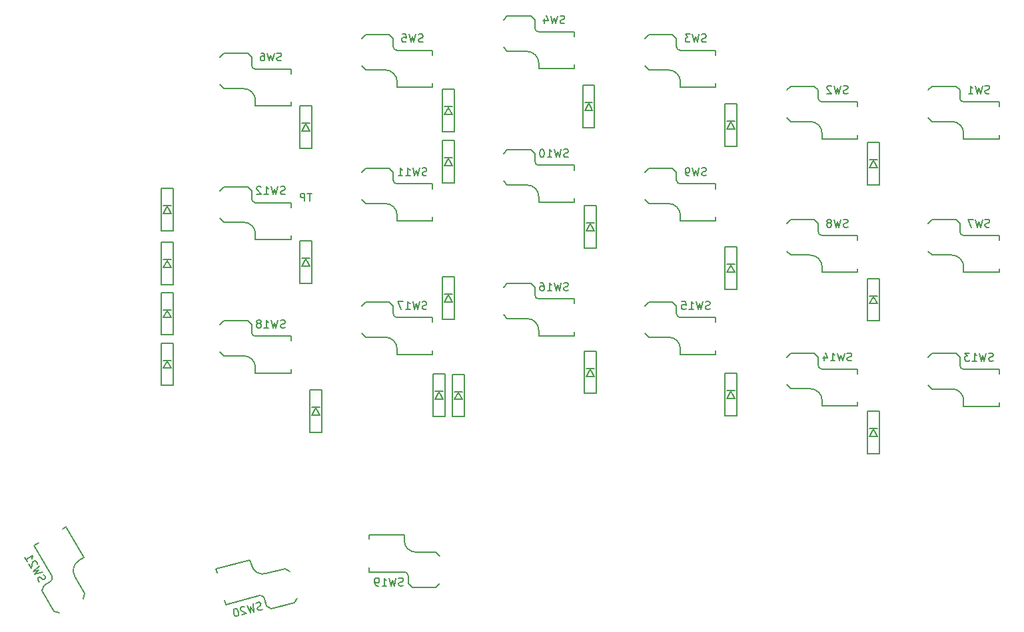
<source format=gbo>
G04 #@! TF.GenerationSoftware,KiCad,Pcbnew,(7.0.0-0)*
G04 #@! TF.CreationDate,2023-04-28T12:14:34+03:00*
G04 #@! TF.ProjectId,chococorne,63686f63-6f63-46f7-926e-652e6b696361,2.1*
G04 #@! TF.SameCoordinates,Original*
G04 #@! TF.FileFunction,Legend,Bot*
G04 #@! TF.FilePolarity,Positive*
%FSLAX46Y46*%
G04 Gerber Fmt 4.6, Leading zero omitted, Abs format (unit mm)*
G04 Created by KiCad (PCBNEW (7.0.0-0)) date 2023-04-28 12:14:34*
%MOMM*%
%LPD*%
G01*
G04 APERTURE LIST*
%ADD10C,0.150000*%
G04 APERTURE END LIST*
D10*
X200077023Y-125459761D02*
X199934166Y-125507380D01*
X199934166Y-125507380D02*
X199696071Y-125507380D01*
X199696071Y-125507380D02*
X199600833Y-125459761D01*
X199600833Y-125459761D02*
X199553214Y-125412142D01*
X199553214Y-125412142D02*
X199505595Y-125316904D01*
X199505595Y-125316904D02*
X199505595Y-125221666D01*
X199505595Y-125221666D02*
X199553214Y-125126428D01*
X199553214Y-125126428D02*
X199600833Y-125078809D01*
X199600833Y-125078809D02*
X199696071Y-125031190D01*
X199696071Y-125031190D02*
X199886547Y-124983571D01*
X199886547Y-124983571D02*
X199981785Y-124935952D01*
X199981785Y-124935952D02*
X200029404Y-124888333D01*
X200029404Y-124888333D02*
X200077023Y-124793095D01*
X200077023Y-124793095D02*
X200077023Y-124697857D01*
X200077023Y-124697857D02*
X200029404Y-124602619D01*
X200029404Y-124602619D02*
X199981785Y-124555000D01*
X199981785Y-124555000D02*
X199886547Y-124507380D01*
X199886547Y-124507380D02*
X199648452Y-124507380D01*
X199648452Y-124507380D02*
X199505595Y-124555000D01*
X199172261Y-124507380D02*
X198934166Y-125507380D01*
X198934166Y-125507380D02*
X198743690Y-124793095D01*
X198743690Y-124793095D02*
X198553214Y-125507380D01*
X198553214Y-125507380D02*
X198315119Y-124507380D01*
X197410357Y-125507380D02*
X197981785Y-125507380D01*
X197696071Y-125507380D02*
X197696071Y-124507380D01*
X197696071Y-124507380D02*
X197791309Y-124650238D01*
X197791309Y-124650238D02*
X197886547Y-124745476D01*
X197886547Y-124745476D02*
X197981785Y-124793095D01*
X196934166Y-125507380D02*
X196743690Y-125507380D01*
X196743690Y-125507380D02*
X196648452Y-125459761D01*
X196648452Y-125459761D02*
X196600833Y-125412142D01*
X196600833Y-125412142D02*
X196505595Y-125269285D01*
X196505595Y-125269285D02*
X196457976Y-125078809D01*
X196457976Y-125078809D02*
X196457976Y-124697857D01*
X196457976Y-124697857D02*
X196505595Y-124602619D01*
X196505595Y-124602619D02*
X196553214Y-124555000D01*
X196553214Y-124555000D02*
X196648452Y-124507380D01*
X196648452Y-124507380D02*
X196838928Y-124507380D01*
X196838928Y-124507380D02*
X196934166Y-124555000D01*
X196934166Y-124555000D02*
X196981785Y-124602619D01*
X196981785Y-124602619D02*
X197029404Y-124697857D01*
X197029404Y-124697857D02*
X197029404Y-124935952D01*
X197029404Y-124935952D02*
X196981785Y-125031190D01*
X196981785Y-125031190D02*
X196934166Y-125078809D01*
X196934166Y-125078809D02*
X196838928Y-125126428D01*
X196838928Y-125126428D02*
X196648452Y-125126428D01*
X196648452Y-125126428D02*
X196553214Y-125078809D01*
X196553214Y-125078809D02*
X196505595Y-125031190D01*
X196505595Y-125031190D02*
X196457976Y-124935952D01*
X239067023Y-90254761D02*
X238924166Y-90302380D01*
X238924166Y-90302380D02*
X238686071Y-90302380D01*
X238686071Y-90302380D02*
X238590833Y-90254761D01*
X238590833Y-90254761D02*
X238543214Y-90207142D01*
X238543214Y-90207142D02*
X238495595Y-90111904D01*
X238495595Y-90111904D02*
X238495595Y-90016666D01*
X238495595Y-90016666D02*
X238543214Y-89921428D01*
X238543214Y-89921428D02*
X238590833Y-89873809D01*
X238590833Y-89873809D02*
X238686071Y-89826190D01*
X238686071Y-89826190D02*
X238876547Y-89778571D01*
X238876547Y-89778571D02*
X238971785Y-89730952D01*
X238971785Y-89730952D02*
X239019404Y-89683333D01*
X239019404Y-89683333D02*
X239067023Y-89588095D01*
X239067023Y-89588095D02*
X239067023Y-89492857D01*
X239067023Y-89492857D02*
X239019404Y-89397619D01*
X239019404Y-89397619D02*
X238971785Y-89350000D01*
X238971785Y-89350000D02*
X238876547Y-89302380D01*
X238876547Y-89302380D02*
X238638452Y-89302380D01*
X238638452Y-89302380D02*
X238495595Y-89350000D01*
X238162261Y-89302380D02*
X237924166Y-90302380D01*
X237924166Y-90302380D02*
X237733690Y-89588095D01*
X237733690Y-89588095D02*
X237543214Y-90302380D01*
X237543214Y-90302380D02*
X237305119Y-89302380D01*
X236400357Y-90302380D02*
X236971785Y-90302380D01*
X236686071Y-90302380D02*
X236686071Y-89302380D01*
X236686071Y-89302380D02*
X236781309Y-89445238D01*
X236781309Y-89445238D02*
X236876547Y-89540476D01*
X236876547Y-89540476D02*
X236971785Y-89588095D01*
X235495595Y-89302380D02*
X235971785Y-89302380D01*
X235971785Y-89302380D02*
X236019404Y-89778571D01*
X236019404Y-89778571D02*
X235971785Y-89730952D01*
X235971785Y-89730952D02*
X235876547Y-89683333D01*
X235876547Y-89683333D02*
X235638452Y-89683333D01*
X235638452Y-89683333D02*
X235543214Y-89730952D01*
X235543214Y-89730952D02*
X235495595Y-89778571D01*
X235495595Y-89778571D02*
X235447976Y-89873809D01*
X235447976Y-89873809D02*
X235447976Y-90111904D01*
X235447976Y-90111904D02*
X235495595Y-90207142D01*
X235495595Y-90207142D02*
X235543214Y-90254761D01*
X235543214Y-90254761D02*
X235638452Y-90302380D01*
X235638452Y-90302380D02*
X235876547Y-90302380D01*
X235876547Y-90302380D02*
X235971785Y-90254761D01*
X235971785Y-90254761D02*
X236019404Y-90207142D01*
X182171787Y-128461332D02*
X182046122Y-128544302D01*
X182046122Y-128544302D02*
X181816140Y-128605926D01*
X181816140Y-128605926D02*
X181711822Y-128584579D01*
X181711822Y-128584579D02*
X181653501Y-128550907D01*
X181653501Y-128550907D02*
X181582855Y-128471239D01*
X181582855Y-128471239D02*
X181558206Y-128379246D01*
X181558206Y-128379246D02*
X181579553Y-128274928D01*
X181579553Y-128274928D02*
X181613224Y-128216607D01*
X181613224Y-128216607D02*
X181692893Y-128145961D01*
X181692893Y-128145961D02*
X181864554Y-128050666D01*
X181864554Y-128050666D02*
X181944222Y-127980020D01*
X181944222Y-127980020D02*
X181977894Y-127921699D01*
X181977894Y-127921699D02*
X181999241Y-127817381D01*
X181999241Y-127817381D02*
X181974591Y-127725388D01*
X181974591Y-127725388D02*
X181903945Y-127645720D01*
X181903945Y-127645720D02*
X181845624Y-127612048D01*
X181845624Y-127612048D02*
X181741307Y-127590701D01*
X181741307Y-127590701D02*
X181511324Y-127652325D01*
X181511324Y-127652325D02*
X181385660Y-127735295D01*
X181051359Y-127775572D02*
X181080196Y-128803121D01*
X181080196Y-128803121D02*
X180711340Y-128162473D01*
X180711340Y-128162473D02*
X180712224Y-128901719D01*
X180712224Y-128901719D02*
X180223423Y-127997417D01*
X179926097Y-128175683D02*
X179867776Y-128142011D01*
X179867776Y-128142011D02*
X179763459Y-128120664D01*
X179763459Y-128120664D02*
X179533476Y-128182287D01*
X179533476Y-128182287D02*
X179453808Y-128252933D01*
X179453808Y-128252933D02*
X179420136Y-128311255D01*
X179420136Y-128311255D02*
X179398789Y-128415572D01*
X179398789Y-128415572D02*
X179423439Y-128507565D01*
X179423439Y-128507565D02*
X179506409Y-128633230D01*
X179506409Y-128633230D02*
X180206263Y-129037291D01*
X180206263Y-129037291D02*
X179608309Y-129197512D01*
X178751536Y-128391808D02*
X178659543Y-128416457D01*
X178659543Y-128416457D02*
X178579875Y-128487103D01*
X178579875Y-128487103D02*
X178546203Y-128545424D01*
X178546203Y-128545424D02*
X178524856Y-128649742D01*
X178524856Y-128649742D02*
X178528159Y-128846052D01*
X178528159Y-128846052D02*
X178589782Y-129076035D01*
X178589782Y-129076035D02*
X178685078Y-129247696D01*
X178685078Y-129247696D02*
X178755723Y-129327364D01*
X178755723Y-129327364D02*
X178814045Y-129361036D01*
X178814045Y-129361036D02*
X178918362Y-129382383D01*
X178918362Y-129382383D02*
X179010355Y-129357733D01*
X179010355Y-129357733D02*
X179090023Y-129287088D01*
X179090023Y-129287088D02*
X179123695Y-129228766D01*
X179123695Y-129228766D02*
X179145042Y-129124449D01*
X179145042Y-129124449D02*
X179141740Y-128928138D01*
X179141740Y-128928138D02*
X179080116Y-128698156D01*
X179080116Y-128698156D02*
X178984821Y-128526495D01*
X178984821Y-128526495D02*
X178914175Y-128446826D01*
X178914175Y-128446826D02*
X178855854Y-128413155D01*
X178855854Y-128413155D02*
X178751536Y-128391808D01*
X256590832Y-79809761D02*
X256447975Y-79857380D01*
X256447975Y-79857380D02*
X256209880Y-79857380D01*
X256209880Y-79857380D02*
X256114642Y-79809761D01*
X256114642Y-79809761D02*
X256067023Y-79762142D01*
X256067023Y-79762142D02*
X256019404Y-79666904D01*
X256019404Y-79666904D02*
X256019404Y-79571666D01*
X256019404Y-79571666D02*
X256067023Y-79476428D01*
X256067023Y-79476428D02*
X256114642Y-79428809D01*
X256114642Y-79428809D02*
X256209880Y-79381190D01*
X256209880Y-79381190D02*
X256400356Y-79333571D01*
X256400356Y-79333571D02*
X256495594Y-79285952D01*
X256495594Y-79285952D02*
X256543213Y-79238333D01*
X256543213Y-79238333D02*
X256590832Y-79143095D01*
X256590832Y-79143095D02*
X256590832Y-79047857D01*
X256590832Y-79047857D02*
X256543213Y-78952619D01*
X256543213Y-78952619D02*
X256495594Y-78905000D01*
X256495594Y-78905000D02*
X256400356Y-78857380D01*
X256400356Y-78857380D02*
X256162261Y-78857380D01*
X256162261Y-78857380D02*
X256019404Y-78905000D01*
X255686070Y-78857380D02*
X255447975Y-79857380D01*
X255447975Y-79857380D02*
X255257499Y-79143095D01*
X255257499Y-79143095D02*
X255067023Y-79857380D01*
X255067023Y-79857380D02*
X254828928Y-78857380D01*
X254305118Y-79285952D02*
X254400356Y-79238333D01*
X254400356Y-79238333D02*
X254447975Y-79190714D01*
X254447975Y-79190714D02*
X254495594Y-79095476D01*
X254495594Y-79095476D02*
X254495594Y-79047857D01*
X254495594Y-79047857D02*
X254447975Y-78952619D01*
X254447975Y-78952619D02*
X254400356Y-78905000D01*
X254400356Y-78905000D02*
X254305118Y-78857380D01*
X254305118Y-78857380D02*
X254114642Y-78857380D01*
X254114642Y-78857380D02*
X254019404Y-78905000D01*
X254019404Y-78905000D02*
X253971785Y-78952619D01*
X253971785Y-78952619D02*
X253924166Y-79047857D01*
X253924166Y-79047857D02*
X253924166Y-79095476D01*
X253924166Y-79095476D02*
X253971785Y-79190714D01*
X253971785Y-79190714D02*
X254019404Y-79238333D01*
X254019404Y-79238333D02*
X254114642Y-79285952D01*
X254114642Y-79285952D02*
X254305118Y-79285952D01*
X254305118Y-79285952D02*
X254400356Y-79333571D01*
X254400356Y-79333571D02*
X254447975Y-79381190D01*
X254447975Y-79381190D02*
X254495594Y-79476428D01*
X254495594Y-79476428D02*
X254495594Y-79666904D01*
X254495594Y-79666904D02*
X254447975Y-79762142D01*
X254447975Y-79762142D02*
X254400356Y-79809761D01*
X254400356Y-79809761D02*
X254305118Y-79857380D01*
X254305118Y-79857380D02*
X254114642Y-79857380D01*
X254114642Y-79857380D02*
X254019404Y-79809761D01*
X254019404Y-79809761D02*
X253971785Y-79762142D01*
X253971785Y-79762142D02*
X253924166Y-79666904D01*
X253924166Y-79666904D02*
X253924166Y-79476428D01*
X253924166Y-79476428D02*
X253971785Y-79381190D01*
X253971785Y-79381190D02*
X254019404Y-79333571D01*
X254019404Y-79333571D02*
X254114642Y-79285952D01*
X188465713Y-75548370D02*
X187894285Y-75548370D01*
X188179999Y-76548370D02*
X188179999Y-75548370D01*
X187560951Y-76548370D02*
X187560951Y-75548370D01*
X187560951Y-75548370D02*
X187179999Y-75548370D01*
X187179999Y-75548370D02*
X187084761Y-75595990D01*
X187084761Y-75595990D02*
X187037142Y-75643609D01*
X187037142Y-75643609D02*
X186989523Y-75738847D01*
X186989523Y-75738847D02*
X186989523Y-75881704D01*
X186989523Y-75881704D02*
X187037142Y-75976942D01*
X187037142Y-75976942D02*
X187084761Y-76024561D01*
X187084761Y-76024561D02*
X187179999Y-76072180D01*
X187179999Y-76072180D02*
X187560951Y-76072180D01*
X153868725Y-125007491D02*
X153756058Y-124907583D01*
X153756058Y-124907583D02*
X153637010Y-124701386D01*
X153637010Y-124701386D02*
X153630630Y-124595098D01*
X153630630Y-124595098D02*
X153648060Y-124530049D01*
X153648060Y-124530049D02*
X153706729Y-124441191D01*
X153706729Y-124441191D02*
X153789208Y-124393572D01*
X153789208Y-124393572D02*
X153895496Y-124387192D01*
X153895496Y-124387192D02*
X153960545Y-124404622D01*
X153960545Y-124404622D02*
X154049403Y-124463291D01*
X154049403Y-124463291D02*
X154185880Y-124604439D01*
X154185880Y-124604439D02*
X154274739Y-124663108D01*
X154274739Y-124663108D02*
X154339788Y-124680537D01*
X154339788Y-124680537D02*
X154446076Y-124674158D01*
X154446076Y-124674158D02*
X154528554Y-124626539D01*
X154528554Y-124626539D02*
X154587223Y-124537680D01*
X154587223Y-124537680D02*
X154604653Y-124472631D01*
X154604653Y-124472631D02*
X154598273Y-124366343D01*
X154598273Y-124366343D02*
X154479226Y-124160147D01*
X154479226Y-124160147D02*
X154366558Y-124060238D01*
X154241131Y-123747754D02*
X153256058Y-124041557D01*
X153256058Y-124041557D02*
X153779409Y-123519457D01*
X153779409Y-123519457D02*
X153065581Y-123711643D01*
X153065581Y-123711643D02*
X153812559Y-123005446D01*
X153563414Y-122764390D02*
X153580844Y-122699341D01*
X153580844Y-122699341D02*
X153574464Y-122593053D01*
X153574464Y-122593053D02*
X153455416Y-122386857D01*
X153455416Y-122386857D02*
X153366558Y-122328188D01*
X153366558Y-122328188D02*
X153301509Y-122310758D01*
X153301509Y-122310758D02*
X153195221Y-122317138D01*
X153195221Y-122317138D02*
X153112742Y-122364757D01*
X153112742Y-122364757D02*
X153012834Y-122477425D01*
X153012834Y-122477425D02*
X152803677Y-123258011D01*
X152803677Y-123258011D02*
X152494153Y-122721900D01*
X152017962Y-121897113D02*
X152303677Y-122391985D01*
X152160820Y-122144549D02*
X153026845Y-121644549D01*
X153026845Y-121644549D02*
X152950746Y-121798456D01*
X152950746Y-121798456D02*
X152915886Y-121928554D01*
X152915886Y-121928554D02*
X152922266Y-122034842D01*
X238590832Y-56249761D02*
X238447975Y-56297380D01*
X238447975Y-56297380D02*
X238209880Y-56297380D01*
X238209880Y-56297380D02*
X238114642Y-56249761D01*
X238114642Y-56249761D02*
X238067023Y-56202142D01*
X238067023Y-56202142D02*
X238019404Y-56106904D01*
X238019404Y-56106904D02*
X238019404Y-56011666D01*
X238019404Y-56011666D02*
X238067023Y-55916428D01*
X238067023Y-55916428D02*
X238114642Y-55868809D01*
X238114642Y-55868809D02*
X238209880Y-55821190D01*
X238209880Y-55821190D02*
X238400356Y-55773571D01*
X238400356Y-55773571D02*
X238495594Y-55725952D01*
X238495594Y-55725952D02*
X238543213Y-55678333D01*
X238543213Y-55678333D02*
X238590832Y-55583095D01*
X238590832Y-55583095D02*
X238590832Y-55487857D01*
X238590832Y-55487857D02*
X238543213Y-55392619D01*
X238543213Y-55392619D02*
X238495594Y-55345000D01*
X238495594Y-55345000D02*
X238400356Y-55297380D01*
X238400356Y-55297380D02*
X238162261Y-55297380D01*
X238162261Y-55297380D02*
X238019404Y-55345000D01*
X237686070Y-55297380D02*
X237447975Y-56297380D01*
X237447975Y-56297380D02*
X237257499Y-55583095D01*
X237257499Y-55583095D02*
X237067023Y-56297380D01*
X237067023Y-56297380D02*
X236828928Y-55297380D01*
X236543213Y-55297380D02*
X235924166Y-55297380D01*
X235924166Y-55297380D02*
X236257499Y-55678333D01*
X236257499Y-55678333D02*
X236114642Y-55678333D01*
X236114642Y-55678333D02*
X236019404Y-55725952D01*
X236019404Y-55725952D02*
X235971785Y-55773571D01*
X235971785Y-55773571D02*
X235924166Y-55868809D01*
X235924166Y-55868809D02*
X235924166Y-56106904D01*
X235924166Y-56106904D02*
X235971785Y-56202142D01*
X235971785Y-56202142D02*
X236019404Y-56249761D01*
X236019404Y-56249761D02*
X236114642Y-56297380D01*
X236114642Y-56297380D02*
X236400356Y-56297380D01*
X236400356Y-56297380D02*
X236495594Y-56249761D01*
X236495594Y-56249761D02*
X236543213Y-56202142D01*
X184590832Y-58629761D02*
X184447975Y-58677380D01*
X184447975Y-58677380D02*
X184209880Y-58677380D01*
X184209880Y-58677380D02*
X184114642Y-58629761D01*
X184114642Y-58629761D02*
X184067023Y-58582142D01*
X184067023Y-58582142D02*
X184019404Y-58486904D01*
X184019404Y-58486904D02*
X184019404Y-58391666D01*
X184019404Y-58391666D02*
X184067023Y-58296428D01*
X184067023Y-58296428D02*
X184114642Y-58248809D01*
X184114642Y-58248809D02*
X184209880Y-58201190D01*
X184209880Y-58201190D02*
X184400356Y-58153571D01*
X184400356Y-58153571D02*
X184495594Y-58105952D01*
X184495594Y-58105952D02*
X184543213Y-58058333D01*
X184543213Y-58058333D02*
X184590832Y-57963095D01*
X184590832Y-57963095D02*
X184590832Y-57867857D01*
X184590832Y-57867857D02*
X184543213Y-57772619D01*
X184543213Y-57772619D02*
X184495594Y-57725000D01*
X184495594Y-57725000D02*
X184400356Y-57677380D01*
X184400356Y-57677380D02*
X184162261Y-57677380D01*
X184162261Y-57677380D02*
X184019404Y-57725000D01*
X183686070Y-57677380D02*
X183447975Y-58677380D01*
X183447975Y-58677380D02*
X183257499Y-57963095D01*
X183257499Y-57963095D02*
X183067023Y-58677380D01*
X183067023Y-58677380D02*
X182828928Y-57677380D01*
X182019404Y-57677380D02*
X182209880Y-57677380D01*
X182209880Y-57677380D02*
X182305118Y-57725000D01*
X182305118Y-57725000D02*
X182352737Y-57772619D01*
X182352737Y-57772619D02*
X182447975Y-57915476D01*
X182447975Y-57915476D02*
X182495594Y-58105952D01*
X182495594Y-58105952D02*
X182495594Y-58486904D01*
X182495594Y-58486904D02*
X182447975Y-58582142D01*
X182447975Y-58582142D02*
X182400356Y-58629761D01*
X182400356Y-58629761D02*
X182305118Y-58677380D01*
X182305118Y-58677380D02*
X182114642Y-58677380D01*
X182114642Y-58677380D02*
X182019404Y-58629761D01*
X182019404Y-58629761D02*
X181971785Y-58582142D01*
X181971785Y-58582142D02*
X181924166Y-58486904D01*
X181924166Y-58486904D02*
X181924166Y-58248809D01*
X181924166Y-58248809D02*
X181971785Y-58153571D01*
X181971785Y-58153571D02*
X182019404Y-58105952D01*
X182019404Y-58105952D02*
X182114642Y-58058333D01*
X182114642Y-58058333D02*
X182305118Y-58058333D01*
X182305118Y-58058333D02*
X182400356Y-58105952D01*
X182400356Y-58105952D02*
X182447975Y-58153571D01*
X182447975Y-58153571D02*
X182495594Y-58248809D01*
X203067023Y-73249761D02*
X202924166Y-73297380D01*
X202924166Y-73297380D02*
X202686071Y-73297380D01*
X202686071Y-73297380D02*
X202590833Y-73249761D01*
X202590833Y-73249761D02*
X202543214Y-73202142D01*
X202543214Y-73202142D02*
X202495595Y-73106904D01*
X202495595Y-73106904D02*
X202495595Y-73011666D01*
X202495595Y-73011666D02*
X202543214Y-72916428D01*
X202543214Y-72916428D02*
X202590833Y-72868809D01*
X202590833Y-72868809D02*
X202686071Y-72821190D01*
X202686071Y-72821190D02*
X202876547Y-72773571D01*
X202876547Y-72773571D02*
X202971785Y-72725952D01*
X202971785Y-72725952D02*
X203019404Y-72678333D01*
X203019404Y-72678333D02*
X203067023Y-72583095D01*
X203067023Y-72583095D02*
X203067023Y-72487857D01*
X203067023Y-72487857D02*
X203019404Y-72392619D01*
X203019404Y-72392619D02*
X202971785Y-72345000D01*
X202971785Y-72345000D02*
X202876547Y-72297380D01*
X202876547Y-72297380D02*
X202638452Y-72297380D01*
X202638452Y-72297380D02*
X202495595Y-72345000D01*
X202162261Y-72297380D02*
X201924166Y-73297380D01*
X201924166Y-73297380D02*
X201733690Y-72583095D01*
X201733690Y-72583095D02*
X201543214Y-73297380D01*
X201543214Y-73297380D02*
X201305119Y-72297380D01*
X200400357Y-73297380D02*
X200971785Y-73297380D01*
X200686071Y-73297380D02*
X200686071Y-72297380D01*
X200686071Y-72297380D02*
X200781309Y-72440238D01*
X200781309Y-72440238D02*
X200876547Y-72535476D01*
X200876547Y-72535476D02*
X200971785Y-72583095D01*
X199447976Y-73297380D02*
X200019404Y-73297380D01*
X199733690Y-73297380D02*
X199733690Y-72297380D01*
X199733690Y-72297380D02*
X199828928Y-72440238D01*
X199828928Y-72440238D02*
X199924166Y-72535476D01*
X199924166Y-72535476D02*
X200019404Y-72583095D01*
X220590832Y-53889761D02*
X220447975Y-53937380D01*
X220447975Y-53937380D02*
X220209880Y-53937380D01*
X220209880Y-53937380D02*
X220114642Y-53889761D01*
X220114642Y-53889761D02*
X220067023Y-53842142D01*
X220067023Y-53842142D02*
X220019404Y-53746904D01*
X220019404Y-53746904D02*
X220019404Y-53651666D01*
X220019404Y-53651666D02*
X220067023Y-53556428D01*
X220067023Y-53556428D02*
X220114642Y-53508809D01*
X220114642Y-53508809D02*
X220209880Y-53461190D01*
X220209880Y-53461190D02*
X220400356Y-53413571D01*
X220400356Y-53413571D02*
X220495594Y-53365952D01*
X220495594Y-53365952D02*
X220543213Y-53318333D01*
X220543213Y-53318333D02*
X220590832Y-53223095D01*
X220590832Y-53223095D02*
X220590832Y-53127857D01*
X220590832Y-53127857D02*
X220543213Y-53032619D01*
X220543213Y-53032619D02*
X220495594Y-52985000D01*
X220495594Y-52985000D02*
X220400356Y-52937380D01*
X220400356Y-52937380D02*
X220162261Y-52937380D01*
X220162261Y-52937380D02*
X220019404Y-52985000D01*
X219686070Y-52937380D02*
X219447975Y-53937380D01*
X219447975Y-53937380D02*
X219257499Y-53223095D01*
X219257499Y-53223095D02*
X219067023Y-53937380D01*
X219067023Y-53937380D02*
X218828928Y-52937380D01*
X218019404Y-53270714D02*
X218019404Y-53937380D01*
X218257499Y-52889761D02*
X218495594Y-53604047D01*
X218495594Y-53604047D02*
X217876547Y-53604047D01*
X185067023Y-92629761D02*
X184924166Y-92677380D01*
X184924166Y-92677380D02*
X184686071Y-92677380D01*
X184686071Y-92677380D02*
X184590833Y-92629761D01*
X184590833Y-92629761D02*
X184543214Y-92582142D01*
X184543214Y-92582142D02*
X184495595Y-92486904D01*
X184495595Y-92486904D02*
X184495595Y-92391666D01*
X184495595Y-92391666D02*
X184543214Y-92296428D01*
X184543214Y-92296428D02*
X184590833Y-92248809D01*
X184590833Y-92248809D02*
X184686071Y-92201190D01*
X184686071Y-92201190D02*
X184876547Y-92153571D01*
X184876547Y-92153571D02*
X184971785Y-92105952D01*
X184971785Y-92105952D02*
X185019404Y-92058333D01*
X185019404Y-92058333D02*
X185067023Y-91963095D01*
X185067023Y-91963095D02*
X185067023Y-91867857D01*
X185067023Y-91867857D02*
X185019404Y-91772619D01*
X185019404Y-91772619D02*
X184971785Y-91725000D01*
X184971785Y-91725000D02*
X184876547Y-91677380D01*
X184876547Y-91677380D02*
X184638452Y-91677380D01*
X184638452Y-91677380D02*
X184495595Y-91725000D01*
X184162261Y-91677380D02*
X183924166Y-92677380D01*
X183924166Y-92677380D02*
X183733690Y-91963095D01*
X183733690Y-91963095D02*
X183543214Y-92677380D01*
X183543214Y-92677380D02*
X183305119Y-91677380D01*
X182400357Y-92677380D02*
X182971785Y-92677380D01*
X182686071Y-92677380D02*
X182686071Y-91677380D01*
X182686071Y-91677380D02*
X182781309Y-91820238D01*
X182781309Y-91820238D02*
X182876547Y-91915476D01*
X182876547Y-91915476D02*
X182971785Y-91963095D01*
X181828928Y-92105952D02*
X181924166Y-92058333D01*
X181924166Y-92058333D02*
X181971785Y-92010714D01*
X181971785Y-92010714D02*
X182019404Y-91915476D01*
X182019404Y-91915476D02*
X182019404Y-91867857D01*
X182019404Y-91867857D02*
X181971785Y-91772619D01*
X181971785Y-91772619D02*
X181924166Y-91725000D01*
X181924166Y-91725000D02*
X181828928Y-91677380D01*
X181828928Y-91677380D02*
X181638452Y-91677380D01*
X181638452Y-91677380D02*
X181543214Y-91725000D01*
X181543214Y-91725000D02*
X181495595Y-91772619D01*
X181495595Y-91772619D02*
X181447976Y-91867857D01*
X181447976Y-91867857D02*
X181447976Y-91915476D01*
X181447976Y-91915476D02*
X181495595Y-92010714D01*
X181495595Y-92010714D02*
X181543214Y-92058333D01*
X181543214Y-92058333D02*
X181638452Y-92105952D01*
X181638452Y-92105952D02*
X181828928Y-92105952D01*
X181828928Y-92105952D02*
X181924166Y-92153571D01*
X181924166Y-92153571D02*
X181971785Y-92201190D01*
X181971785Y-92201190D02*
X182019404Y-92296428D01*
X182019404Y-92296428D02*
X182019404Y-92486904D01*
X182019404Y-92486904D02*
X181971785Y-92582142D01*
X181971785Y-92582142D02*
X181924166Y-92629761D01*
X181924166Y-92629761D02*
X181828928Y-92677380D01*
X181828928Y-92677380D02*
X181638452Y-92677380D01*
X181638452Y-92677380D02*
X181543214Y-92629761D01*
X181543214Y-92629761D02*
X181495595Y-92582142D01*
X181495595Y-92582142D02*
X181447976Y-92486904D01*
X181447976Y-92486904D02*
X181447976Y-92296428D01*
X181447976Y-92296428D02*
X181495595Y-92201190D01*
X181495595Y-92201190D02*
X181543214Y-92153571D01*
X181543214Y-92153571D02*
X181638452Y-92105952D01*
X274590832Y-79809761D02*
X274447975Y-79857380D01*
X274447975Y-79857380D02*
X274209880Y-79857380D01*
X274209880Y-79857380D02*
X274114642Y-79809761D01*
X274114642Y-79809761D02*
X274067023Y-79762142D01*
X274067023Y-79762142D02*
X274019404Y-79666904D01*
X274019404Y-79666904D02*
X274019404Y-79571666D01*
X274019404Y-79571666D02*
X274067023Y-79476428D01*
X274067023Y-79476428D02*
X274114642Y-79428809D01*
X274114642Y-79428809D02*
X274209880Y-79381190D01*
X274209880Y-79381190D02*
X274400356Y-79333571D01*
X274400356Y-79333571D02*
X274495594Y-79285952D01*
X274495594Y-79285952D02*
X274543213Y-79238333D01*
X274543213Y-79238333D02*
X274590832Y-79143095D01*
X274590832Y-79143095D02*
X274590832Y-79047857D01*
X274590832Y-79047857D02*
X274543213Y-78952619D01*
X274543213Y-78952619D02*
X274495594Y-78905000D01*
X274495594Y-78905000D02*
X274400356Y-78857380D01*
X274400356Y-78857380D02*
X274162261Y-78857380D01*
X274162261Y-78857380D02*
X274019404Y-78905000D01*
X273686070Y-78857380D02*
X273447975Y-79857380D01*
X273447975Y-79857380D02*
X273257499Y-79143095D01*
X273257499Y-79143095D02*
X273067023Y-79857380D01*
X273067023Y-79857380D02*
X272828928Y-78857380D01*
X272543213Y-78857380D02*
X271876547Y-78857380D01*
X271876547Y-78857380D02*
X272305118Y-79857380D01*
X221067023Y-87879761D02*
X220924166Y-87927380D01*
X220924166Y-87927380D02*
X220686071Y-87927380D01*
X220686071Y-87927380D02*
X220590833Y-87879761D01*
X220590833Y-87879761D02*
X220543214Y-87832142D01*
X220543214Y-87832142D02*
X220495595Y-87736904D01*
X220495595Y-87736904D02*
X220495595Y-87641666D01*
X220495595Y-87641666D02*
X220543214Y-87546428D01*
X220543214Y-87546428D02*
X220590833Y-87498809D01*
X220590833Y-87498809D02*
X220686071Y-87451190D01*
X220686071Y-87451190D02*
X220876547Y-87403571D01*
X220876547Y-87403571D02*
X220971785Y-87355952D01*
X220971785Y-87355952D02*
X221019404Y-87308333D01*
X221019404Y-87308333D02*
X221067023Y-87213095D01*
X221067023Y-87213095D02*
X221067023Y-87117857D01*
X221067023Y-87117857D02*
X221019404Y-87022619D01*
X221019404Y-87022619D02*
X220971785Y-86975000D01*
X220971785Y-86975000D02*
X220876547Y-86927380D01*
X220876547Y-86927380D02*
X220638452Y-86927380D01*
X220638452Y-86927380D02*
X220495595Y-86975000D01*
X220162261Y-86927380D02*
X219924166Y-87927380D01*
X219924166Y-87927380D02*
X219733690Y-87213095D01*
X219733690Y-87213095D02*
X219543214Y-87927380D01*
X219543214Y-87927380D02*
X219305119Y-86927380D01*
X218400357Y-87927380D02*
X218971785Y-87927380D01*
X218686071Y-87927380D02*
X218686071Y-86927380D01*
X218686071Y-86927380D02*
X218781309Y-87070238D01*
X218781309Y-87070238D02*
X218876547Y-87165476D01*
X218876547Y-87165476D02*
X218971785Y-87213095D01*
X217543214Y-86927380D02*
X217733690Y-86927380D01*
X217733690Y-86927380D02*
X217828928Y-86975000D01*
X217828928Y-86975000D02*
X217876547Y-87022619D01*
X217876547Y-87022619D02*
X217971785Y-87165476D01*
X217971785Y-87165476D02*
X218019404Y-87355952D01*
X218019404Y-87355952D02*
X218019404Y-87736904D01*
X218019404Y-87736904D02*
X217971785Y-87832142D01*
X217971785Y-87832142D02*
X217924166Y-87879761D01*
X217924166Y-87879761D02*
X217828928Y-87927380D01*
X217828928Y-87927380D02*
X217638452Y-87927380D01*
X217638452Y-87927380D02*
X217543214Y-87879761D01*
X217543214Y-87879761D02*
X217495595Y-87832142D01*
X217495595Y-87832142D02*
X217447976Y-87736904D01*
X217447976Y-87736904D02*
X217447976Y-87498809D01*
X217447976Y-87498809D02*
X217495595Y-87403571D01*
X217495595Y-87403571D02*
X217543214Y-87355952D01*
X217543214Y-87355952D02*
X217638452Y-87308333D01*
X217638452Y-87308333D02*
X217828928Y-87308333D01*
X217828928Y-87308333D02*
X217924166Y-87355952D01*
X217924166Y-87355952D02*
X217971785Y-87403571D01*
X217971785Y-87403571D02*
X218019404Y-87498809D01*
X185067023Y-75629761D02*
X184924166Y-75677380D01*
X184924166Y-75677380D02*
X184686071Y-75677380D01*
X184686071Y-75677380D02*
X184590833Y-75629761D01*
X184590833Y-75629761D02*
X184543214Y-75582142D01*
X184543214Y-75582142D02*
X184495595Y-75486904D01*
X184495595Y-75486904D02*
X184495595Y-75391666D01*
X184495595Y-75391666D02*
X184543214Y-75296428D01*
X184543214Y-75296428D02*
X184590833Y-75248809D01*
X184590833Y-75248809D02*
X184686071Y-75201190D01*
X184686071Y-75201190D02*
X184876547Y-75153571D01*
X184876547Y-75153571D02*
X184971785Y-75105952D01*
X184971785Y-75105952D02*
X185019404Y-75058333D01*
X185019404Y-75058333D02*
X185067023Y-74963095D01*
X185067023Y-74963095D02*
X185067023Y-74867857D01*
X185067023Y-74867857D02*
X185019404Y-74772619D01*
X185019404Y-74772619D02*
X184971785Y-74725000D01*
X184971785Y-74725000D02*
X184876547Y-74677380D01*
X184876547Y-74677380D02*
X184638452Y-74677380D01*
X184638452Y-74677380D02*
X184495595Y-74725000D01*
X184162261Y-74677380D02*
X183924166Y-75677380D01*
X183924166Y-75677380D02*
X183733690Y-74963095D01*
X183733690Y-74963095D02*
X183543214Y-75677380D01*
X183543214Y-75677380D02*
X183305119Y-74677380D01*
X182400357Y-75677380D02*
X182971785Y-75677380D01*
X182686071Y-75677380D02*
X182686071Y-74677380D01*
X182686071Y-74677380D02*
X182781309Y-74820238D01*
X182781309Y-74820238D02*
X182876547Y-74915476D01*
X182876547Y-74915476D02*
X182971785Y-74963095D01*
X182019404Y-74772619D02*
X181971785Y-74725000D01*
X181971785Y-74725000D02*
X181876547Y-74677380D01*
X181876547Y-74677380D02*
X181638452Y-74677380D01*
X181638452Y-74677380D02*
X181543214Y-74725000D01*
X181543214Y-74725000D02*
X181495595Y-74772619D01*
X181495595Y-74772619D02*
X181447976Y-74867857D01*
X181447976Y-74867857D02*
X181447976Y-74963095D01*
X181447976Y-74963095D02*
X181495595Y-75105952D01*
X181495595Y-75105952D02*
X182067023Y-75677380D01*
X182067023Y-75677380D02*
X181447976Y-75677380D01*
X275067023Y-96829761D02*
X274924166Y-96877380D01*
X274924166Y-96877380D02*
X274686071Y-96877380D01*
X274686071Y-96877380D02*
X274590833Y-96829761D01*
X274590833Y-96829761D02*
X274543214Y-96782142D01*
X274543214Y-96782142D02*
X274495595Y-96686904D01*
X274495595Y-96686904D02*
X274495595Y-96591666D01*
X274495595Y-96591666D02*
X274543214Y-96496428D01*
X274543214Y-96496428D02*
X274590833Y-96448809D01*
X274590833Y-96448809D02*
X274686071Y-96401190D01*
X274686071Y-96401190D02*
X274876547Y-96353571D01*
X274876547Y-96353571D02*
X274971785Y-96305952D01*
X274971785Y-96305952D02*
X275019404Y-96258333D01*
X275019404Y-96258333D02*
X275067023Y-96163095D01*
X275067023Y-96163095D02*
X275067023Y-96067857D01*
X275067023Y-96067857D02*
X275019404Y-95972619D01*
X275019404Y-95972619D02*
X274971785Y-95925000D01*
X274971785Y-95925000D02*
X274876547Y-95877380D01*
X274876547Y-95877380D02*
X274638452Y-95877380D01*
X274638452Y-95877380D02*
X274495595Y-95925000D01*
X274162261Y-95877380D02*
X273924166Y-96877380D01*
X273924166Y-96877380D02*
X273733690Y-96163095D01*
X273733690Y-96163095D02*
X273543214Y-96877380D01*
X273543214Y-96877380D02*
X273305119Y-95877380D01*
X272400357Y-96877380D02*
X272971785Y-96877380D01*
X272686071Y-96877380D02*
X272686071Y-95877380D01*
X272686071Y-95877380D02*
X272781309Y-96020238D01*
X272781309Y-96020238D02*
X272876547Y-96115476D01*
X272876547Y-96115476D02*
X272971785Y-96163095D01*
X272067023Y-95877380D02*
X271447976Y-95877380D01*
X271447976Y-95877380D02*
X271781309Y-96258333D01*
X271781309Y-96258333D02*
X271638452Y-96258333D01*
X271638452Y-96258333D02*
X271543214Y-96305952D01*
X271543214Y-96305952D02*
X271495595Y-96353571D01*
X271495595Y-96353571D02*
X271447976Y-96448809D01*
X271447976Y-96448809D02*
X271447976Y-96686904D01*
X271447976Y-96686904D02*
X271495595Y-96782142D01*
X271495595Y-96782142D02*
X271543214Y-96829761D01*
X271543214Y-96829761D02*
X271638452Y-96877380D01*
X271638452Y-96877380D02*
X271924166Y-96877380D01*
X271924166Y-96877380D02*
X272019404Y-96829761D01*
X272019404Y-96829761D02*
X272067023Y-96782142D01*
X202590832Y-56249761D02*
X202447975Y-56297380D01*
X202447975Y-56297380D02*
X202209880Y-56297380D01*
X202209880Y-56297380D02*
X202114642Y-56249761D01*
X202114642Y-56249761D02*
X202067023Y-56202142D01*
X202067023Y-56202142D02*
X202019404Y-56106904D01*
X202019404Y-56106904D02*
X202019404Y-56011666D01*
X202019404Y-56011666D02*
X202067023Y-55916428D01*
X202067023Y-55916428D02*
X202114642Y-55868809D01*
X202114642Y-55868809D02*
X202209880Y-55821190D01*
X202209880Y-55821190D02*
X202400356Y-55773571D01*
X202400356Y-55773571D02*
X202495594Y-55725952D01*
X202495594Y-55725952D02*
X202543213Y-55678333D01*
X202543213Y-55678333D02*
X202590832Y-55583095D01*
X202590832Y-55583095D02*
X202590832Y-55487857D01*
X202590832Y-55487857D02*
X202543213Y-55392619D01*
X202543213Y-55392619D02*
X202495594Y-55345000D01*
X202495594Y-55345000D02*
X202400356Y-55297380D01*
X202400356Y-55297380D02*
X202162261Y-55297380D01*
X202162261Y-55297380D02*
X202019404Y-55345000D01*
X201686070Y-55297380D02*
X201447975Y-56297380D01*
X201447975Y-56297380D02*
X201257499Y-55583095D01*
X201257499Y-55583095D02*
X201067023Y-56297380D01*
X201067023Y-56297380D02*
X200828928Y-55297380D01*
X199971785Y-55297380D02*
X200447975Y-55297380D01*
X200447975Y-55297380D02*
X200495594Y-55773571D01*
X200495594Y-55773571D02*
X200447975Y-55725952D01*
X200447975Y-55725952D02*
X200352737Y-55678333D01*
X200352737Y-55678333D02*
X200114642Y-55678333D01*
X200114642Y-55678333D02*
X200019404Y-55725952D01*
X200019404Y-55725952D02*
X199971785Y-55773571D01*
X199971785Y-55773571D02*
X199924166Y-55868809D01*
X199924166Y-55868809D02*
X199924166Y-56106904D01*
X199924166Y-56106904D02*
X199971785Y-56202142D01*
X199971785Y-56202142D02*
X200019404Y-56249761D01*
X200019404Y-56249761D02*
X200114642Y-56297380D01*
X200114642Y-56297380D02*
X200352737Y-56297380D01*
X200352737Y-56297380D02*
X200447975Y-56249761D01*
X200447975Y-56249761D02*
X200495594Y-56202142D01*
X256590832Y-62809761D02*
X256447975Y-62857380D01*
X256447975Y-62857380D02*
X256209880Y-62857380D01*
X256209880Y-62857380D02*
X256114642Y-62809761D01*
X256114642Y-62809761D02*
X256067023Y-62762142D01*
X256067023Y-62762142D02*
X256019404Y-62666904D01*
X256019404Y-62666904D02*
X256019404Y-62571666D01*
X256019404Y-62571666D02*
X256067023Y-62476428D01*
X256067023Y-62476428D02*
X256114642Y-62428809D01*
X256114642Y-62428809D02*
X256209880Y-62381190D01*
X256209880Y-62381190D02*
X256400356Y-62333571D01*
X256400356Y-62333571D02*
X256495594Y-62285952D01*
X256495594Y-62285952D02*
X256543213Y-62238333D01*
X256543213Y-62238333D02*
X256590832Y-62143095D01*
X256590832Y-62143095D02*
X256590832Y-62047857D01*
X256590832Y-62047857D02*
X256543213Y-61952619D01*
X256543213Y-61952619D02*
X256495594Y-61905000D01*
X256495594Y-61905000D02*
X256400356Y-61857380D01*
X256400356Y-61857380D02*
X256162261Y-61857380D01*
X256162261Y-61857380D02*
X256019404Y-61905000D01*
X255686070Y-61857380D02*
X255447975Y-62857380D01*
X255447975Y-62857380D02*
X255257499Y-62143095D01*
X255257499Y-62143095D02*
X255067023Y-62857380D01*
X255067023Y-62857380D02*
X254828928Y-61857380D01*
X254495594Y-61952619D02*
X254447975Y-61905000D01*
X254447975Y-61905000D02*
X254352737Y-61857380D01*
X254352737Y-61857380D02*
X254114642Y-61857380D01*
X254114642Y-61857380D02*
X254019404Y-61905000D01*
X254019404Y-61905000D02*
X253971785Y-61952619D01*
X253971785Y-61952619D02*
X253924166Y-62047857D01*
X253924166Y-62047857D02*
X253924166Y-62143095D01*
X253924166Y-62143095D02*
X253971785Y-62285952D01*
X253971785Y-62285952D02*
X254543213Y-62857380D01*
X254543213Y-62857380D02*
X253924166Y-62857380D01*
X221067023Y-70879761D02*
X220924166Y-70927380D01*
X220924166Y-70927380D02*
X220686071Y-70927380D01*
X220686071Y-70927380D02*
X220590833Y-70879761D01*
X220590833Y-70879761D02*
X220543214Y-70832142D01*
X220543214Y-70832142D02*
X220495595Y-70736904D01*
X220495595Y-70736904D02*
X220495595Y-70641666D01*
X220495595Y-70641666D02*
X220543214Y-70546428D01*
X220543214Y-70546428D02*
X220590833Y-70498809D01*
X220590833Y-70498809D02*
X220686071Y-70451190D01*
X220686071Y-70451190D02*
X220876547Y-70403571D01*
X220876547Y-70403571D02*
X220971785Y-70355952D01*
X220971785Y-70355952D02*
X221019404Y-70308333D01*
X221019404Y-70308333D02*
X221067023Y-70213095D01*
X221067023Y-70213095D02*
X221067023Y-70117857D01*
X221067023Y-70117857D02*
X221019404Y-70022619D01*
X221019404Y-70022619D02*
X220971785Y-69975000D01*
X220971785Y-69975000D02*
X220876547Y-69927380D01*
X220876547Y-69927380D02*
X220638452Y-69927380D01*
X220638452Y-69927380D02*
X220495595Y-69975000D01*
X220162261Y-69927380D02*
X219924166Y-70927380D01*
X219924166Y-70927380D02*
X219733690Y-70213095D01*
X219733690Y-70213095D02*
X219543214Y-70927380D01*
X219543214Y-70927380D02*
X219305119Y-69927380D01*
X218400357Y-70927380D02*
X218971785Y-70927380D01*
X218686071Y-70927380D02*
X218686071Y-69927380D01*
X218686071Y-69927380D02*
X218781309Y-70070238D01*
X218781309Y-70070238D02*
X218876547Y-70165476D01*
X218876547Y-70165476D02*
X218971785Y-70213095D01*
X217781309Y-69927380D02*
X217686071Y-69927380D01*
X217686071Y-69927380D02*
X217590833Y-69975000D01*
X217590833Y-69975000D02*
X217543214Y-70022619D01*
X217543214Y-70022619D02*
X217495595Y-70117857D01*
X217495595Y-70117857D02*
X217447976Y-70308333D01*
X217447976Y-70308333D02*
X217447976Y-70546428D01*
X217447976Y-70546428D02*
X217495595Y-70736904D01*
X217495595Y-70736904D02*
X217543214Y-70832142D01*
X217543214Y-70832142D02*
X217590833Y-70879761D01*
X217590833Y-70879761D02*
X217686071Y-70927380D01*
X217686071Y-70927380D02*
X217781309Y-70927380D01*
X217781309Y-70927380D02*
X217876547Y-70879761D01*
X217876547Y-70879761D02*
X217924166Y-70832142D01*
X217924166Y-70832142D02*
X217971785Y-70736904D01*
X217971785Y-70736904D02*
X218019404Y-70546428D01*
X218019404Y-70546428D02*
X218019404Y-70308333D01*
X218019404Y-70308333D02*
X217971785Y-70117857D01*
X217971785Y-70117857D02*
X217924166Y-70022619D01*
X217924166Y-70022619D02*
X217876547Y-69975000D01*
X217876547Y-69975000D02*
X217781309Y-69927380D01*
X274590832Y-62809761D02*
X274447975Y-62857380D01*
X274447975Y-62857380D02*
X274209880Y-62857380D01*
X274209880Y-62857380D02*
X274114642Y-62809761D01*
X274114642Y-62809761D02*
X274067023Y-62762142D01*
X274067023Y-62762142D02*
X274019404Y-62666904D01*
X274019404Y-62666904D02*
X274019404Y-62571666D01*
X274019404Y-62571666D02*
X274067023Y-62476428D01*
X274067023Y-62476428D02*
X274114642Y-62428809D01*
X274114642Y-62428809D02*
X274209880Y-62381190D01*
X274209880Y-62381190D02*
X274400356Y-62333571D01*
X274400356Y-62333571D02*
X274495594Y-62285952D01*
X274495594Y-62285952D02*
X274543213Y-62238333D01*
X274543213Y-62238333D02*
X274590832Y-62143095D01*
X274590832Y-62143095D02*
X274590832Y-62047857D01*
X274590832Y-62047857D02*
X274543213Y-61952619D01*
X274543213Y-61952619D02*
X274495594Y-61905000D01*
X274495594Y-61905000D02*
X274400356Y-61857380D01*
X274400356Y-61857380D02*
X274162261Y-61857380D01*
X274162261Y-61857380D02*
X274019404Y-61905000D01*
X273686070Y-61857380D02*
X273447975Y-62857380D01*
X273447975Y-62857380D02*
X273257499Y-62143095D01*
X273257499Y-62143095D02*
X273067023Y-62857380D01*
X273067023Y-62857380D02*
X272828928Y-61857380D01*
X271924166Y-62857380D02*
X272495594Y-62857380D01*
X272209880Y-62857380D02*
X272209880Y-61857380D01*
X272209880Y-61857380D02*
X272305118Y-62000238D01*
X272305118Y-62000238D02*
X272400356Y-62095476D01*
X272400356Y-62095476D02*
X272495594Y-62143095D01*
X203067023Y-90254761D02*
X202924166Y-90302380D01*
X202924166Y-90302380D02*
X202686071Y-90302380D01*
X202686071Y-90302380D02*
X202590833Y-90254761D01*
X202590833Y-90254761D02*
X202543214Y-90207142D01*
X202543214Y-90207142D02*
X202495595Y-90111904D01*
X202495595Y-90111904D02*
X202495595Y-90016666D01*
X202495595Y-90016666D02*
X202543214Y-89921428D01*
X202543214Y-89921428D02*
X202590833Y-89873809D01*
X202590833Y-89873809D02*
X202686071Y-89826190D01*
X202686071Y-89826190D02*
X202876547Y-89778571D01*
X202876547Y-89778571D02*
X202971785Y-89730952D01*
X202971785Y-89730952D02*
X203019404Y-89683333D01*
X203019404Y-89683333D02*
X203067023Y-89588095D01*
X203067023Y-89588095D02*
X203067023Y-89492857D01*
X203067023Y-89492857D02*
X203019404Y-89397619D01*
X203019404Y-89397619D02*
X202971785Y-89350000D01*
X202971785Y-89350000D02*
X202876547Y-89302380D01*
X202876547Y-89302380D02*
X202638452Y-89302380D01*
X202638452Y-89302380D02*
X202495595Y-89350000D01*
X202162261Y-89302380D02*
X201924166Y-90302380D01*
X201924166Y-90302380D02*
X201733690Y-89588095D01*
X201733690Y-89588095D02*
X201543214Y-90302380D01*
X201543214Y-90302380D02*
X201305119Y-89302380D01*
X200400357Y-90302380D02*
X200971785Y-90302380D01*
X200686071Y-90302380D02*
X200686071Y-89302380D01*
X200686071Y-89302380D02*
X200781309Y-89445238D01*
X200781309Y-89445238D02*
X200876547Y-89540476D01*
X200876547Y-89540476D02*
X200971785Y-89588095D01*
X200067023Y-89302380D02*
X199400357Y-89302380D01*
X199400357Y-89302380D02*
X199828928Y-90302380D01*
X257067023Y-96814761D02*
X256924166Y-96862380D01*
X256924166Y-96862380D02*
X256686071Y-96862380D01*
X256686071Y-96862380D02*
X256590833Y-96814761D01*
X256590833Y-96814761D02*
X256543214Y-96767142D01*
X256543214Y-96767142D02*
X256495595Y-96671904D01*
X256495595Y-96671904D02*
X256495595Y-96576666D01*
X256495595Y-96576666D02*
X256543214Y-96481428D01*
X256543214Y-96481428D02*
X256590833Y-96433809D01*
X256590833Y-96433809D02*
X256686071Y-96386190D01*
X256686071Y-96386190D02*
X256876547Y-96338571D01*
X256876547Y-96338571D02*
X256971785Y-96290952D01*
X256971785Y-96290952D02*
X257019404Y-96243333D01*
X257019404Y-96243333D02*
X257067023Y-96148095D01*
X257067023Y-96148095D02*
X257067023Y-96052857D01*
X257067023Y-96052857D02*
X257019404Y-95957619D01*
X257019404Y-95957619D02*
X256971785Y-95910000D01*
X256971785Y-95910000D02*
X256876547Y-95862380D01*
X256876547Y-95862380D02*
X256638452Y-95862380D01*
X256638452Y-95862380D02*
X256495595Y-95910000D01*
X256162261Y-95862380D02*
X255924166Y-96862380D01*
X255924166Y-96862380D02*
X255733690Y-96148095D01*
X255733690Y-96148095D02*
X255543214Y-96862380D01*
X255543214Y-96862380D02*
X255305119Y-95862380D01*
X254400357Y-96862380D02*
X254971785Y-96862380D01*
X254686071Y-96862380D02*
X254686071Y-95862380D01*
X254686071Y-95862380D02*
X254781309Y-96005238D01*
X254781309Y-96005238D02*
X254876547Y-96100476D01*
X254876547Y-96100476D02*
X254971785Y-96148095D01*
X253543214Y-96195714D02*
X253543214Y-96862380D01*
X253781309Y-95814761D02*
X254019404Y-96529047D01*
X254019404Y-96529047D02*
X253400357Y-96529047D01*
X238590832Y-73249761D02*
X238447975Y-73297380D01*
X238447975Y-73297380D02*
X238209880Y-73297380D01*
X238209880Y-73297380D02*
X238114642Y-73249761D01*
X238114642Y-73249761D02*
X238067023Y-73202142D01*
X238067023Y-73202142D02*
X238019404Y-73106904D01*
X238019404Y-73106904D02*
X238019404Y-73011666D01*
X238019404Y-73011666D02*
X238067023Y-72916428D01*
X238067023Y-72916428D02*
X238114642Y-72868809D01*
X238114642Y-72868809D02*
X238209880Y-72821190D01*
X238209880Y-72821190D02*
X238400356Y-72773571D01*
X238400356Y-72773571D02*
X238495594Y-72725952D01*
X238495594Y-72725952D02*
X238543213Y-72678333D01*
X238543213Y-72678333D02*
X238590832Y-72583095D01*
X238590832Y-72583095D02*
X238590832Y-72487857D01*
X238590832Y-72487857D02*
X238543213Y-72392619D01*
X238543213Y-72392619D02*
X238495594Y-72345000D01*
X238495594Y-72345000D02*
X238400356Y-72297380D01*
X238400356Y-72297380D02*
X238162261Y-72297380D01*
X238162261Y-72297380D02*
X238019404Y-72345000D01*
X237686070Y-72297380D02*
X237447975Y-73297380D01*
X237447975Y-73297380D02*
X237257499Y-72583095D01*
X237257499Y-72583095D02*
X237067023Y-73297380D01*
X237067023Y-73297380D02*
X236828928Y-72297380D01*
X236400356Y-73297380D02*
X236209880Y-73297380D01*
X236209880Y-73297380D02*
X236114642Y-73249761D01*
X236114642Y-73249761D02*
X236067023Y-73202142D01*
X236067023Y-73202142D02*
X235971785Y-73059285D01*
X235971785Y-73059285D02*
X235924166Y-72868809D01*
X235924166Y-72868809D02*
X235924166Y-72487857D01*
X235924166Y-72487857D02*
X235971785Y-72392619D01*
X235971785Y-72392619D02*
X236019404Y-72345000D01*
X236019404Y-72345000D02*
X236114642Y-72297380D01*
X236114642Y-72297380D02*
X236305118Y-72297380D01*
X236305118Y-72297380D02*
X236400356Y-72345000D01*
X236400356Y-72345000D02*
X236447975Y-72392619D01*
X236447975Y-72392619D02*
X236495594Y-72487857D01*
X236495594Y-72487857D02*
X236495594Y-72725952D01*
X236495594Y-72725952D02*
X236447975Y-72821190D01*
X236447975Y-72821190D02*
X236400356Y-72868809D01*
X236400356Y-72868809D02*
X236305118Y-72916428D01*
X236305118Y-72916428D02*
X236114642Y-72916428D01*
X236114642Y-72916428D02*
X236019404Y-72868809D01*
X236019404Y-72868809D02*
X235971785Y-72821190D01*
X235971785Y-72821190D02*
X235924166Y-72725952D01*
X204712500Y-125220000D02*
X204212500Y-125720000D01*
X204712500Y-121720000D02*
X204212500Y-121220000D01*
X204212500Y-125720000D02*
X201212500Y-125720000D01*
X204212500Y-121220000D02*
X201712500Y-121220000D01*
X201212500Y-125720000D02*
X200712500Y-125220000D01*
X200712500Y-124220000D02*
X200712500Y-125220000D01*
X200212500Y-119720000D02*
X200212500Y-119020000D01*
X200212500Y-119020000D02*
X195712500Y-119020000D01*
X195712500Y-123720000D02*
X200212500Y-123720000D01*
X195712500Y-123120000D02*
X195712500Y-123720000D01*
X195712500Y-119020000D02*
X195712500Y-119520000D01*
X200212500Y-119720000D02*
G75*
G03*
X201712500Y-121220000I1500000J0D01*
G01*
X200712500Y-124220000D02*
G75*
G03*
X200212500Y-123720000I-500000J0D01*
G01*
X230812500Y-89855000D02*
X231312500Y-89355000D01*
X230812500Y-93355000D02*
X231312500Y-93855000D01*
X231312500Y-89355000D02*
X234312500Y-89355000D01*
X231312500Y-93855000D02*
X233812500Y-93855000D01*
X234312500Y-89355000D02*
X234812500Y-89855000D01*
X234812500Y-90855000D02*
X234812500Y-89855000D01*
X235312500Y-95355000D02*
X235312500Y-96055000D01*
X235312500Y-96055000D02*
X239812500Y-96055000D01*
X239812500Y-91355000D02*
X235312500Y-91355000D01*
X239812500Y-91955000D02*
X239812500Y-91355000D01*
X239812500Y-96055000D02*
X239812500Y-95555000D01*
X235312500Y-95355000D02*
G75*
G03*
X233812500Y-93855000I-1500000J0D01*
G01*
X234812500Y-90855000D02*
G75*
G03*
X235312500Y-91355000I500000J0D01*
G01*
X186587258Y-127029991D02*
X186233705Y-127642363D01*
X185681392Y-123649250D02*
X185069019Y-123295697D01*
X186233705Y-127642363D02*
X183335927Y-128418820D01*
X185069019Y-123295697D02*
X182654205Y-123942745D01*
X183335927Y-128418820D02*
X182723555Y-128065267D01*
X182464736Y-127099341D02*
X182723555Y-128065267D01*
X180817087Y-122882084D02*
X180635914Y-122205936D01*
X180635914Y-122205936D02*
X176289248Y-123370622D01*
X177505697Y-127910473D02*
X181852364Y-126745788D01*
X177350406Y-127330918D02*
X177505697Y-127910473D01*
X176289248Y-123370622D02*
X176418657Y-123853585D01*
X180817087Y-122882084D02*
G75*
G03*
X182654205Y-123942745I1448889J388228D01*
G01*
X182464735Y-127099341D02*
G75*
G03*
X181852364Y-126745789I-482962J-129410D01*
G01*
X248812500Y-79410000D02*
X249312500Y-78910000D01*
X248812500Y-82910000D02*
X249312500Y-83410000D01*
X249312500Y-78910000D02*
X252312500Y-78910000D01*
X249312500Y-83410000D02*
X251812500Y-83410000D01*
X252312500Y-78910000D02*
X252812500Y-79410000D01*
X252812500Y-80410000D02*
X252812500Y-79410000D01*
X253312500Y-84910000D02*
X253312500Y-85610000D01*
X253312500Y-85610000D02*
X257812500Y-85610000D01*
X257812500Y-80910000D02*
X253312500Y-80910000D01*
X257812500Y-81510000D02*
X257812500Y-80910000D01*
X257812500Y-85610000D02*
X257812500Y-85110000D01*
X253312500Y-84910000D02*
G75*
G03*
X251812500Y-83410000I-1500000J0D01*
G01*
X252812500Y-80410000D02*
G75*
G03*
X253312500Y-80910000I500000J0D01*
G01*
X240990000Y-103850990D02*
X242490000Y-103850990D01*
X240990000Y-103850990D02*
X240990000Y-98450990D01*
X241240000Y-101650990D02*
X242240000Y-101650990D01*
X242240000Y-101650990D02*
X241740000Y-100750990D01*
X241740000Y-100750990D02*
X241240000Y-101650990D01*
X241240000Y-100650990D02*
X242240000Y-100650990D01*
X240990000Y-98450990D02*
X242490000Y-98450990D01*
X242490000Y-98450990D02*
X242490000Y-103850990D01*
X169320000Y-100000990D02*
X170820000Y-100000990D01*
X169320000Y-100000990D02*
X169320000Y-94600990D01*
X169570000Y-97800990D02*
X170570000Y-97800990D01*
X170570000Y-97800990D02*
X170070000Y-96900990D01*
X170070000Y-96900990D02*
X169570000Y-97800990D01*
X169570000Y-96800990D02*
X170570000Y-96800990D01*
X169320000Y-94600990D02*
X170820000Y-94600990D01*
X170820000Y-94600990D02*
X170820000Y-100000990D01*
X223090000Y-101020990D02*
X224590000Y-101020990D01*
X223090000Y-101020990D02*
X223090000Y-95620990D01*
X223340000Y-98820990D02*
X224340000Y-98820990D01*
X224340000Y-98820990D02*
X223840000Y-97920990D01*
X223840000Y-97920990D02*
X223340000Y-98820990D01*
X223340000Y-97820990D02*
X224340000Y-97820990D01*
X223090000Y-95620990D02*
X224590000Y-95620990D01*
X224590000Y-95620990D02*
X224590000Y-101020990D01*
X169320000Y-93560990D02*
X170820000Y-93560990D01*
X169320000Y-93560990D02*
X169320000Y-88160990D01*
X169570000Y-91360990D02*
X170570000Y-91360990D01*
X170570000Y-91360990D02*
X170070000Y-90460990D01*
X170070000Y-90460990D02*
X169570000Y-91360990D01*
X169570000Y-90360990D02*
X170570000Y-90360990D01*
X169320000Y-88160990D02*
X170820000Y-88160990D01*
X170820000Y-88160990D02*
X170820000Y-93560990D01*
X188210000Y-105960990D02*
X189710000Y-105960990D01*
X188210000Y-105960990D02*
X188210000Y-100560990D01*
X188460000Y-103760990D02*
X189460000Y-103760990D01*
X189460000Y-103760990D02*
X188960000Y-102860990D01*
X188960000Y-102860990D02*
X188460000Y-103760990D01*
X188460000Y-102760990D02*
X189460000Y-102760990D01*
X188210000Y-100560990D02*
X189710000Y-100560990D01*
X189710000Y-100560990D02*
X189710000Y-105960990D01*
X186970000Y-69790990D02*
X188470000Y-69790990D01*
X186970000Y-69790990D02*
X186970000Y-64390990D01*
X187220000Y-67590990D02*
X188220000Y-67590990D01*
X188220000Y-67590990D02*
X187720000Y-66690990D01*
X187720000Y-66690990D02*
X187220000Y-67590990D01*
X187220000Y-66590990D02*
X188220000Y-66590990D01*
X186970000Y-64390990D02*
X188470000Y-64390990D01*
X188470000Y-64390990D02*
X188470000Y-69790990D01*
X259070000Y-108690990D02*
X260570000Y-108690990D01*
X259070000Y-108690990D02*
X259070000Y-103290990D01*
X259320000Y-106490990D02*
X260320000Y-106490990D01*
X260320000Y-106490990D02*
X259820000Y-105590990D01*
X259820000Y-105590990D02*
X259320000Y-106490990D01*
X259320000Y-105490990D02*
X260320000Y-105490990D01*
X259070000Y-103290990D02*
X260570000Y-103290990D01*
X260570000Y-103290990D02*
X260570000Y-108690990D01*
X259070000Y-74440990D02*
X260570000Y-74440990D01*
X259070000Y-74440990D02*
X259070000Y-69040990D01*
X259320000Y-72240990D02*
X260320000Y-72240990D01*
X260320000Y-72240990D02*
X259820000Y-71340990D01*
X259820000Y-71340990D02*
X259320000Y-72240990D01*
X259320000Y-71240990D02*
X260320000Y-71240990D01*
X259070000Y-69040990D02*
X260570000Y-69040990D01*
X260570000Y-69040990D02*
X260570000Y-74440990D01*
X224400000Y-61780000D02*
X224400000Y-67180000D01*
X222900000Y-61780000D02*
X224400000Y-61780000D01*
X223150000Y-63980000D02*
X224150000Y-63980000D01*
X223650000Y-64080000D02*
X223150000Y-64980000D01*
X224150000Y-64980000D02*
X223650000Y-64080000D01*
X223150000Y-64980000D02*
X224150000Y-64980000D01*
X222900000Y-67180000D02*
X222900000Y-61780000D01*
X222900000Y-67180000D02*
X224400000Y-67180000D01*
X205060000Y-74190990D02*
X206560000Y-74190990D01*
X205060000Y-74190990D02*
X205060000Y-68790990D01*
X205310000Y-71990990D02*
X206310000Y-71990990D01*
X206310000Y-71990990D02*
X205810000Y-71090990D01*
X205810000Y-71090990D02*
X205310000Y-71990990D01*
X205310000Y-70990990D02*
X206310000Y-70990990D01*
X205060000Y-68790990D02*
X206560000Y-68790990D01*
X206560000Y-68790990D02*
X206560000Y-74190990D01*
X205060000Y-67720990D02*
X206560000Y-67720990D01*
X205060000Y-67720990D02*
X205060000Y-62320990D01*
X205310000Y-65520990D02*
X206310000Y-65520990D01*
X206310000Y-65520990D02*
X205810000Y-64620990D01*
X205810000Y-64620990D02*
X205310000Y-65520990D01*
X205310000Y-64520990D02*
X206310000Y-64520990D01*
X205060000Y-62320990D02*
X206560000Y-62320990D01*
X206560000Y-62320990D02*
X206560000Y-67720990D01*
X203880000Y-103950990D02*
X205380000Y-103950990D01*
X203880000Y-103950990D02*
X203880000Y-98550990D01*
X204130000Y-101750990D02*
X205130000Y-101750990D01*
X205130000Y-101750990D02*
X204630000Y-100850990D01*
X204630000Y-100850990D02*
X204130000Y-101750990D01*
X204130000Y-100750990D02*
X205130000Y-100750990D01*
X203880000Y-98550990D02*
X205380000Y-98550990D01*
X205380000Y-98550990D02*
X205380000Y-103950990D01*
X240990000Y-69560990D02*
X242490000Y-69560990D01*
X240990000Y-69560990D02*
X240990000Y-64160990D01*
X241240000Y-67360990D02*
X242240000Y-67360990D01*
X242240000Y-67360990D02*
X241740000Y-66460990D01*
X241740000Y-66460990D02*
X241240000Y-67360990D01*
X241240000Y-66360990D02*
X242240000Y-66360990D01*
X240990000Y-64160990D02*
X242490000Y-64160990D01*
X242490000Y-64160990D02*
X242490000Y-69560990D01*
X240990000Y-87790990D02*
X242490000Y-87790990D01*
X240990000Y-87790990D02*
X240990000Y-82390990D01*
X241240000Y-85590990D02*
X242240000Y-85590990D01*
X242240000Y-85590990D02*
X241740000Y-84690990D01*
X241740000Y-84690990D02*
X241240000Y-85590990D01*
X241240000Y-84590990D02*
X242240000Y-84590990D01*
X240990000Y-82390990D02*
X242490000Y-82390990D01*
X242490000Y-82390990D02*
X242490000Y-87790990D01*
X206320000Y-103970990D02*
X207820000Y-103970990D01*
X206320000Y-103970990D02*
X206320000Y-98570990D01*
X206570000Y-101770990D02*
X207570000Y-101770990D01*
X207570000Y-101770990D02*
X207070000Y-100870990D01*
X207070000Y-100870990D02*
X206570000Y-101770990D01*
X206570000Y-100770990D02*
X207570000Y-100770990D01*
X206320000Y-98570990D02*
X207820000Y-98570990D01*
X207820000Y-98570990D02*
X207820000Y-103970990D01*
X169320000Y-87190990D02*
X170820000Y-87190990D01*
X169320000Y-87190990D02*
X169320000Y-81790990D01*
X169570000Y-84990990D02*
X170570000Y-84990990D01*
X170570000Y-84990990D02*
X170070000Y-84090990D01*
X170070000Y-84090990D02*
X169570000Y-84990990D01*
X169570000Y-83990990D02*
X170570000Y-83990990D01*
X169320000Y-81790990D02*
X170820000Y-81790990D01*
X170820000Y-81790990D02*
X170820000Y-87190990D01*
X156394104Y-128902051D02*
X155711092Y-128719038D01*
X159425193Y-127152051D02*
X159608206Y-126469038D01*
X155711092Y-128719038D02*
X154211092Y-126120962D01*
X159608206Y-126469038D02*
X158358206Y-124303975D01*
X154211092Y-126120962D02*
X154394104Y-125437949D01*
X155260130Y-124937949D02*
X154394104Y-125437949D01*
X158907244Y-122254936D02*
X159513462Y-121904936D01*
X159513462Y-121904936D02*
X157263462Y-118007822D01*
X153193142Y-120357822D02*
X155443142Y-124254936D01*
X153712758Y-120057822D02*
X153193142Y-120357822D01*
X157263462Y-118007822D02*
X156830449Y-118257822D01*
X158907245Y-122254938D02*
G75*
G03*
X158358207Y-124303975I749999J-1299037D01*
G01*
X155260129Y-124937948D02*
G75*
G03*
X155443142Y-124254936I-249999J433012D01*
G01*
X230812500Y-55850000D02*
X231312500Y-55350000D01*
X230812500Y-59350000D02*
X231312500Y-59850000D01*
X231312500Y-55350000D02*
X234312500Y-55350000D01*
X231312500Y-59850000D02*
X233812500Y-59850000D01*
X234312500Y-55350000D02*
X234812500Y-55850000D01*
X234812500Y-56850000D02*
X234812500Y-55850000D01*
X235312500Y-61350000D02*
X235312500Y-62050000D01*
X235312500Y-62050000D02*
X239812500Y-62050000D01*
X239812500Y-57350000D02*
X235312500Y-57350000D01*
X239812500Y-57950000D02*
X239812500Y-57350000D01*
X239812500Y-62050000D02*
X239812500Y-61550000D01*
X235312500Y-61350000D02*
G75*
G03*
X233812500Y-59850000I-1500000J0D01*
G01*
X234812500Y-56850000D02*
G75*
G03*
X235312500Y-57350000I500000J0D01*
G01*
X176812500Y-58230000D02*
X177312500Y-57730000D01*
X176812500Y-61730000D02*
X177312500Y-62230000D01*
X177312500Y-57730000D02*
X180312500Y-57730000D01*
X177312500Y-62230000D02*
X179812500Y-62230000D01*
X180312500Y-57730000D02*
X180812500Y-58230000D01*
X180812500Y-59230000D02*
X180812500Y-58230000D01*
X181312500Y-63730000D02*
X181312500Y-64430000D01*
X181312500Y-64430000D02*
X185812500Y-64430000D01*
X185812500Y-59730000D02*
X181312500Y-59730000D01*
X185812500Y-60330000D02*
X185812500Y-59730000D01*
X185812500Y-64430000D02*
X185812500Y-63930000D01*
X181312500Y-63730000D02*
G75*
G03*
X179812500Y-62230000I-1500000J0D01*
G01*
X180812500Y-59230000D02*
G75*
G03*
X181312500Y-59730000I500000J0D01*
G01*
X194812500Y-72850000D02*
X195312500Y-72350000D01*
X194812500Y-76350000D02*
X195312500Y-76850000D01*
X195312500Y-72350000D02*
X198312500Y-72350000D01*
X195312500Y-76850000D02*
X197812500Y-76850000D01*
X198312500Y-72350000D02*
X198812500Y-72850000D01*
X198812500Y-73850000D02*
X198812500Y-72850000D01*
X199312500Y-78350000D02*
X199312500Y-79050000D01*
X199312500Y-79050000D02*
X203812500Y-79050000D01*
X203812500Y-74350000D02*
X199312500Y-74350000D01*
X203812500Y-74950000D02*
X203812500Y-74350000D01*
X203812500Y-79050000D02*
X203812500Y-78550000D01*
X199312500Y-78350000D02*
G75*
G03*
X197812500Y-76850000I-1500000J0D01*
G01*
X198812500Y-73850000D02*
G75*
G03*
X199312500Y-74350000I500000J0D01*
G01*
X212812500Y-53490000D02*
X213312500Y-52990000D01*
X212812500Y-56990000D02*
X213312500Y-57490000D01*
X213312500Y-52990000D02*
X216312500Y-52990000D01*
X213312500Y-57490000D02*
X215812500Y-57490000D01*
X216312500Y-52990000D02*
X216812500Y-53490000D01*
X216812500Y-54490000D02*
X216812500Y-53490000D01*
X217312500Y-58990000D02*
X217312500Y-59690000D01*
X217312500Y-59690000D02*
X221812500Y-59690000D01*
X221812500Y-54990000D02*
X217312500Y-54990000D01*
X221812500Y-55590000D02*
X221812500Y-54990000D01*
X221812500Y-59690000D02*
X221812500Y-59190000D01*
X217312500Y-58990000D02*
G75*
G03*
X215812500Y-57490000I-1500000J0D01*
G01*
X216812500Y-54490000D02*
G75*
G03*
X217312500Y-54990000I500000J0D01*
G01*
X176812500Y-92230000D02*
X177312500Y-91730000D01*
X176812500Y-95730000D02*
X177312500Y-96230000D01*
X177312500Y-91730000D02*
X180312500Y-91730000D01*
X177312500Y-96230000D02*
X179812500Y-96230000D01*
X180312500Y-91730000D02*
X180812500Y-92230000D01*
X180812500Y-93230000D02*
X180812500Y-92230000D01*
X181312500Y-97730000D02*
X181312500Y-98430000D01*
X181312500Y-98430000D02*
X185812500Y-98430000D01*
X185812500Y-93730000D02*
X181312500Y-93730000D01*
X185812500Y-94330000D02*
X185812500Y-93730000D01*
X185812500Y-98430000D02*
X185812500Y-97930000D01*
X181312500Y-97730000D02*
G75*
G03*
X179812500Y-96230000I-1500000J0D01*
G01*
X180812500Y-93230000D02*
G75*
G03*
X181312500Y-93730000I500000J0D01*
G01*
X266812500Y-79410000D02*
X267312500Y-78910000D01*
X266812500Y-82910000D02*
X267312500Y-83410000D01*
X267312500Y-78910000D02*
X270312500Y-78910000D01*
X267312500Y-83410000D02*
X269812500Y-83410000D01*
X270312500Y-78910000D02*
X270812500Y-79410000D01*
X270812500Y-80410000D02*
X270812500Y-79410000D01*
X271312500Y-84910000D02*
X271312500Y-85610000D01*
X271312500Y-85610000D02*
X275812500Y-85610000D01*
X275812500Y-80910000D02*
X271312500Y-80910000D01*
X275812500Y-81510000D02*
X275812500Y-80910000D01*
X275812500Y-85610000D02*
X275812500Y-85110000D01*
X271312500Y-84910000D02*
G75*
G03*
X269812500Y-83410000I-1500000J0D01*
G01*
X270812500Y-80410000D02*
G75*
G03*
X271312500Y-80910000I500000J0D01*
G01*
X212812500Y-87480000D02*
X213312500Y-86980000D01*
X212812500Y-90980000D02*
X213312500Y-91480000D01*
X213312500Y-86980000D02*
X216312500Y-86980000D01*
X213312500Y-91480000D02*
X215812500Y-91480000D01*
X216312500Y-86980000D02*
X216812500Y-87480000D01*
X216812500Y-88480000D02*
X216812500Y-87480000D01*
X217312500Y-92980000D02*
X217312500Y-93680000D01*
X217312500Y-93680000D02*
X221812500Y-93680000D01*
X221812500Y-88980000D02*
X217312500Y-88980000D01*
X221812500Y-89580000D02*
X221812500Y-88980000D01*
X221812500Y-93680000D02*
X221812500Y-93180000D01*
X217312500Y-92980000D02*
G75*
G03*
X215812500Y-91480000I-1500000J0D01*
G01*
X216812500Y-88480000D02*
G75*
G03*
X217312500Y-88980000I500000J0D01*
G01*
X176812500Y-75230000D02*
X177312500Y-74730000D01*
X176812500Y-78730000D02*
X177312500Y-79230000D01*
X177312500Y-74730000D02*
X180312500Y-74730000D01*
X177312500Y-79230000D02*
X179812500Y-79230000D01*
X180312500Y-74730000D02*
X180812500Y-75230000D01*
X180812500Y-76230000D02*
X180812500Y-75230000D01*
X181312500Y-80730000D02*
X181312500Y-81430000D01*
X181312500Y-81430000D02*
X185812500Y-81430000D01*
X185812500Y-76730000D02*
X181312500Y-76730000D01*
X185812500Y-77330000D02*
X185812500Y-76730000D01*
X185812500Y-81430000D02*
X185812500Y-80930000D01*
X181312500Y-80730000D02*
G75*
G03*
X179812500Y-79230000I-1500000J0D01*
G01*
X180812500Y-76230000D02*
G75*
G03*
X181312500Y-76730000I500000J0D01*
G01*
X266812500Y-96430000D02*
X267312500Y-95930000D01*
X266812500Y-99930000D02*
X267312500Y-100430000D01*
X267312500Y-95930000D02*
X270312500Y-95930000D01*
X267312500Y-100430000D02*
X269812500Y-100430000D01*
X270312500Y-95930000D02*
X270812500Y-96430000D01*
X270812500Y-97430000D02*
X270812500Y-96430000D01*
X271312500Y-101930000D02*
X271312500Y-102630000D01*
X271312500Y-102630000D02*
X275812500Y-102630000D01*
X275812500Y-97930000D02*
X271312500Y-97930000D01*
X275812500Y-98530000D02*
X275812500Y-97930000D01*
X275812500Y-102630000D02*
X275812500Y-102130000D01*
X271312500Y-101930000D02*
G75*
G03*
X269812500Y-100430000I-1500000J0D01*
G01*
X270812500Y-97430000D02*
G75*
G03*
X271312500Y-97930000I500000J0D01*
G01*
X194812500Y-55850000D02*
X195312500Y-55350000D01*
X194812500Y-59350000D02*
X195312500Y-59850000D01*
X195312500Y-55350000D02*
X198312500Y-55350000D01*
X195312500Y-59850000D02*
X197812500Y-59850000D01*
X198312500Y-55350000D02*
X198812500Y-55850000D01*
X198812500Y-56850000D02*
X198812500Y-55850000D01*
X199312500Y-61350000D02*
X199312500Y-62050000D01*
X199312500Y-62050000D02*
X203812500Y-62050000D01*
X203812500Y-57350000D02*
X199312500Y-57350000D01*
X203812500Y-57950000D02*
X203812500Y-57350000D01*
X203812500Y-62050000D02*
X203812500Y-61550000D01*
X199312500Y-61350000D02*
G75*
G03*
X197812500Y-59850000I-1500000J0D01*
G01*
X198812500Y-56850000D02*
G75*
G03*
X199312500Y-57350000I500000J0D01*
G01*
X248812500Y-62410000D02*
X249312500Y-61910000D01*
X248812500Y-65910000D02*
X249312500Y-66410000D01*
X249312500Y-61910000D02*
X252312500Y-61910000D01*
X249312500Y-66410000D02*
X251812500Y-66410000D01*
X252312500Y-61910000D02*
X252812500Y-62410000D01*
X252812500Y-63410000D02*
X252812500Y-62410000D01*
X253312500Y-67910000D02*
X253312500Y-68610000D01*
X253312500Y-68610000D02*
X257812500Y-68610000D01*
X257812500Y-63910000D02*
X253312500Y-63910000D01*
X257812500Y-64510000D02*
X257812500Y-63910000D01*
X257812500Y-68610000D02*
X257812500Y-68110000D01*
X253312500Y-67910000D02*
G75*
G03*
X251812500Y-66410000I-1500000J0D01*
G01*
X252812500Y-63410000D02*
G75*
G03*
X253312500Y-63910000I500000J0D01*
G01*
X216812500Y-71480000D02*
G75*
G03*
X217312500Y-71980000I500000J0D01*
G01*
X217312500Y-75980000D02*
G75*
G03*
X215812500Y-74480000I-1500000J0D01*
G01*
X221812500Y-76680000D02*
X221812500Y-76180000D01*
X221812500Y-72580000D02*
X221812500Y-71980000D01*
X221812500Y-71980000D02*
X217312500Y-71980000D01*
X217312500Y-76680000D02*
X221812500Y-76680000D01*
X217312500Y-75980000D02*
X217312500Y-76680000D01*
X216812500Y-71480000D02*
X216812500Y-70480000D01*
X216312500Y-69980000D02*
X216812500Y-70480000D01*
X213312500Y-74480000D02*
X215812500Y-74480000D01*
X213312500Y-69980000D02*
X216312500Y-69980000D01*
X212812500Y-73980000D02*
X213312500Y-74480000D01*
X212812500Y-70480000D02*
X213312500Y-69980000D01*
X266812500Y-62410000D02*
X267312500Y-61910000D01*
X266812500Y-65910000D02*
X267312500Y-66410000D01*
X267312500Y-61910000D02*
X270312500Y-61910000D01*
X267312500Y-66410000D02*
X269812500Y-66410000D01*
X270312500Y-61910000D02*
X270812500Y-62410000D01*
X270812500Y-63410000D02*
X270812500Y-62410000D01*
X271312500Y-67910000D02*
X271312500Y-68610000D01*
X271312500Y-68610000D02*
X275812500Y-68610000D01*
X275812500Y-63910000D02*
X271312500Y-63910000D01*
X275812500Y-64510000D02*
X275812500Y-63910000D01*
X275812500Y-68610000D02*
X275812500Y-68110000D01*
X271312500Y-67910000D02*
G75*
G03*
X269812500Y-66410000I-1500000J0D01*
G01*
X270812500Y-63410000D02*
G75*
G03*
X271312500Y-63910000I500000J0D01*
G01*
X194812500Y-89855000D02*
X195312500Y-89355000D01*
X194812500Y-93355000D02*
X195312500Y-93855000D01*
X195312500Y-89355000D02*
X198312500Y-89355000D01*
X195312500Y-93855000D02*
X197812500Y-93855000D01*
X198312500Y-89355000D02*
X198812500Y-89855000D01*
X198812500Y-90855000D02*
X198812500Y-89855000D01*
X199312500Y-95355000D02*
X199312500Y-96055000D01*
X199312500Y-96055000D02*
X203812500Y-96055000D01*
X203812500Y-91355000D02*
X199312500Y-91355000D01*
X203812500Y-91955000D02*
X203812500Y-91355000D01*
X203812500Y-96055000D02*
X203812500Y-95555000D01*
X199312500Y-95355000D02*
G75*
G03*
X197812500Y-93855000I-1500000J0D01*
G01*
X198812500Y-90855000D02*
G75*
G03*
X199312500Y-91355000I500000J0D01*
G01*
X248812500Y-96415000D02*
X249312500Y-95915000D01*
X248812500Y-99915000D02*
X249312500Y-100415000D01*
X249312500Y-95915000D02*
X252312500Y-95915000D01*
X249312500Y-100415000D02*
X251812500Y-100415000D01*
X252312500Y-95915000D02*
X252812500Y-96415000D01*
X252812500Y-97415000D02*
X252812500Y-96415000D01*
X253312500Y-101915000D02*
X253312500Y-102615000D01*
X253312500Y-102615000D02*
X257812500Y-102615000D01*
X257812500Y-97915000D02*
X253312500Y-97915000D01*
X257812500Y-98515000D02*
X257812500Y-97915000D01*
X257812500Y-102615000D02*
X257812500Y-102115000D01*
X253312500Y-101915000D02*
G75*
G03*
X251812500Y-100415000I-1500000J0D01*
G01*
X252812500Y-97415000D02*
G75*
G03*
X253312500Y-97915000I500000J0D01*
G01*
X169320000Y-80320990D02*
X170820000Y-80320990D01*
X169320000Y-80320990D02*
X169320000Y-74920990D01*
X169570000Y-78120990D02*
X170570000Y-78120990D01*
X170570000Y-78120990D02*
X170070000Y-77220990D01*
X170070000Y-77220990D02*
X169570000Y-78120990D01*
X169570000Y-77120990D02*
X170570000Y-77120990D01*
X169320000Y-74920990D02*
X170820000Y-74920990D01*
X170820000Y-74920990D02*
X170820000Y-80320990D01*
X230812500Y-72850000D02*
X231312500Y-72350000D01*
X230812500Y-76350000D02*
X231312500Y-76850000D01*
X231312500Y-72350000D02*
X234312500Y-72350000D01*
X231312500Y-76850000D02*
X233812500Y-76850000D01*
X234312500Y-72350000D02*
X234812500Y-72850000D01*
X234812500Y-73850000D02*
X234812500Y-72850000D01*
X235312500Y-78350000D02*
X235312500Y-79050000D01*
X235312500Y-79050000D02*
X239812500Y-79050000D01*
X239812500Y-74350000D02*
X235312500Y-74350000D01*
X239812500Y-74950000D02*
X239812500Y-74350000D01*
X239812500Y-79050000D02*
X239812500Y-78550000D01*
X235312500Y-78350000D02*
G75*
G03*
X233812500Y-76850000I-1500000J0D01*
G01*
X234812500Y-73850000D02*
G75*
G03*
X235312500Y-74350000I500000J0D01*
G01*
X186950000Y-86990990D02*
X188450000Y-86990990D01*
X186950000Y-86990990D02*
X186950000Y-81590990D01*
X187200000Y-84790990D02*
X188200000Y-84790990D01*
X188200000Y-84790990D02*
X187700000Y-83890990D01*
X187700000Y-83890990D02*
X187200000Y-84790990D01*
X187200000Y-83790990D02*
X188200000Y-83790990D01*
X186950000Y-81590990D02*
X188450000Y-81590990D01*
X188450000Y-81590990D02*
X188450000Y-86990990D01*
X205060000Y-91550990D02*
X206560000Y-91550990D01*
X205060000Y-91550990D02*
X205060000Y-86150990D01*
X205310000Y-89350990D02*
X206310000Y-89350990D01*
X206310000Y-89350990D02*
X205810000Y-88450990D01*
X205810000Y-88450990D02*
X205310000Y-89350990D01*
X205310000Y-88350990D02*
X206310000Y-88350990D01*
X205060000Y-86150990D02*
X206560000Y-86150990D01*
X206560000Y-86150990D02*
X206560000Y-91550990D01*
X223090000Y-82510990D02*
X224590000Y-82510990D01*
X223090000Y-82510990D02*
X223090000Y-77110990D01*
X223340000Y-80310990D02*
X224340000Y-80310990D01*
X224340000Y-80310990D02*
X223840000Y-79410990D01*
X223840000Y-79410990D02*
X223340000Y-80310990D01*
X223340000Y-79310990D02*
X224340000Y-79310990D01*
X223090000Y-77110990D02*
X224590000Y-77110990D01*
X224590000Y-77110990D02*
X224590000Y-82510990D01*
X259070000Y-91780990D02*
X260570000Y-91780990D01*
X259070000Y-91780990D02*
X259070000Y-86380990D01*
X259320000Y-89580990D02*
X260320000Y-89580990D01*
X260320000Y-89580990D02*
X259820000Y-88680990D01*
X259820000Y-88680990D02*
X259320000Y-89580990D01*
X259320000Y-88580990D02*
X260320000Y-88580990D01*
X259070000Y-86380990D02*
X260570000Y-86380990D01*
X260570000Y-86380990D02*
X260570000Y-91780990D01*
M02*

</source>
